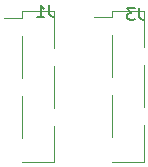
<source format=gbo>
G04 #@! TF.FileFunction,Legend,Bot*
%FSLAX46Y46*%
G04 Gerber Fmt 4.6, Leading zero omitted, Abs format (unit mm)*
G04 Created by KiCad (PCBNEW 4.0.7-e2-6376~58~ubuntu16.04.1) date Sat Jan 13 09:41:55 2018*
%MOMM*%
%LPD*%
G01*
G04 APERTURE LIST*
%ADD10C,0.100000*%
%ADD11C,0.120000*%
%ADD12C,0.150000*%
G04 APERTURE END LIST*
D10*
D11*
X133033000Y-98746000D02*
X130373000Y-98746000D01*
X133033000Y-111566000D02*
X130373000Y-111566000D01*
X130373000Y-100836000D02*
X130373000Y-104396000D01*
X130373000Y-105916000D02*
X130373000Y-109476000D01*
X133033000Y-98746000D02*
X133033000Y-101856000D01*
X130373000Y-99316000D02*
X128853000Y-99316000D01*
X130373000Y-98746000D02*
X130373000Y-99316000D01*
X133033000Y-110996000D02*
X133033000Y-111566000D01*
X133033000Y-103376000D02*
X133033000Y-106936000D01*
X133033000Y-108456000D02*
X133033000Y-111566000D01*
X140645000Y-98721000D02*
X137985000Y-98721000D01*
X140645000Y-111541000D02*
X137985000Y-111541000D01*
X137985000Y-100811000D02*
X137985000Y-104371000D01*
X137985000Y-105891000D02*
X137985000Y-109451000D01*
X140645000Y-98721000D02*
X140645000Y-101831000D01*
X137985000Y-99291000D02*
X136465000Y-99291000D01*
X137985000Y-98721000D02*
X137985000Y-99291000D01*
X140645000Y-110971000D02*
X140645000Y-111541000D01*
X140645000Y-103351000D02*
X140645000Y-106911000D01*
X140645000Y-108431000D02*
X140645000Y-111541000D01*
D12*
X132667333Y-98258381D02*
X132667333Y-98972667D01*
X132714953Y-99115524D01*
X132810191Y-99210762D01*
X132953048Y-99258381D01*
X133048286Y-99258381D01*
X131667333Y-99258381D02*
X132238762Y-99258381D01*
X131953048Y-99258381D02*
X131953048Y-98258381D01*
X132048286Y-98401238D01*
X132143524Y-98496476D01*
X132238762Y-98544095D01*
X140287333Y-98512781D02*
X140287333Y-99227067D01*
X140334953Y-99369924D01*
X140430191Y-99465162D01*
X140573048Y-99512781D01*
X140668286Y-99512781D01*
X139906381Y-98512781D02*
X139287333Y-98512781D01*
X139620667Y-98893733D01*
X139477809Y-98893733D01*
X139382571Y-98941352D01*
X139334952Y-98988971D01*
X139287333Y-99084210D01*
X139287333Y-99322305D01*
X139334952Y-99417543D01*
X139382571Y-99465162D01*
X139477809Y-99512781D01*
X139763524Y-99512781D01*
X139858762Y-99465162D01*
X139906381Y-99417543D01*
M02*

</source>
